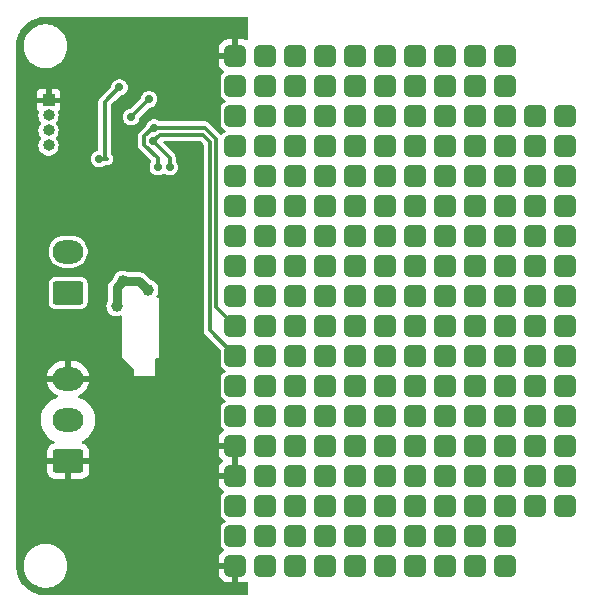
<source format=gbr>
%TF.GenerationSoftware,KiCad,Pcbnew,8.0.3*%
%TF.CreationDate,2024-06-13T00:49:58+02:00*%
%TF.ProjectId,can-proto,63616e2d-7072-46f7-946f-2e6b69636164,1*%
%TF.SameCoordinates,Original*%
%TF.FileFunction,Copper,L2,Bot*%
%TF.FilePolarity,Positive*%
%FSLAX46Y46*%
G04 Gerber Fmt 4.6, Leading zero omitted, Abs format (unit mm)*
G04 Created by KiCad (PCBNEW 8.0.3) date 2024-06-13 00:49:58*
%MOMM*%
%LPD*%
G01*
G04 APERTURE LIST*
G04 Aperture macros list*
%AMRoundRect*
0 Rectangle with rounded corners*
0 $1 Rounding radius*
0 $2 $3 $4 $5 $6 $7 $8 $9 X,Y pos of 4 corners*
0 Add a 4 corners polygon primitive as box body*
4,1,4,$2,$3,$4,$5,$6,$7,$8,$9,$2,$3,0*
0 Add four circle primitives for the rounded corners*
1,1,$1+$1,$2,$3*
1,1,$1+$1,$4,$5*
1,1,$1+$1,$6,$7*
1,1,$1+$1,$8,$9*
0 Add four rect primitives between the rounded corners*
20,1,$1+$1,$2,$3,$4,$5,0*
20,1,$1+$1,$4,$5,$6,$7,0*
20,1,$1+$1,$6,$7,$8,$9,0*
20,1,$1+$1,$8,$9,$2,$3,0*%
G04 Aperture macros list end*
%TA.AperFunction,ComponentPad*%
%ADD10RoundRect,0.360000X-0.540000X-0.540000X0.540000X-0.540000X0.540000X0.540000X-0.540000X0.540000X0*%
%TD*%
%TA.AperFunction,ComponentPad*%
%ADD11RoundRect,0.250000X1.050000X-0.750000X1.050000X0.750000X-1.050000X0.750000X-1.050000X-0.750000X0*%
%TD*%
%TA.AperFunction,ComponentPad*%
%ADD12O,2.600000X2.000000*%
%TD*%
%TA.AperFunction,ComponentPad*%
%ADD13R,1.000000X1.000000*%
%TD*%
%TA.AperFunction,ComponentPad*%
%ADD14O,1.000000X1.000000*%
%TD*%
%TA.AperFunction,ViaPad*%
%ADD15C,0.700000*%
%TD*%
%TA.AperFunction,ViaPad*%
%ADD16C,1.000000*%
%TD*%
%TA.AperFunction,ViaPad*%
%ADD17C,0.500000*%
%TD*%
%TA.AperFunction,ViaPad*%
%ADD18C,0.800000*%
%TD*%
%TA.AperFunction,Conductor*%
%ADD19C,0.750000*%
%TD*%
%TA.AperFunction,Conductor*%
%ADD20C,0.350000*%
%TD*%
G04 APERTURE END LIST*
D10*
%TO.P,TP28,1,1*%
%TO.N,unconnected-(TP28-Pad1)*%
X146840000Y-68900000D03*
%TD*%
%TO.P,TP102,1,1*%
%TO.N,unconnected-(TP102-Pad1)*%
X151920000Y-84140000D03*
%TD*%
%TO.P,TP121,1,1*%
%TO.N,unconnected-(TP121-Pad1)*%
X139220000Y-89220000D03*
%TD*%
%TO.P,TP113,1,1*%
%TO.N,unconnected-(TP113-Pad1)*%
X149380000Y-86680000D03*
%TD*%
%TO.P,TP160,1,1*%
%TO.N,unconnected-(TP160-Pad1)*%
X146840000Y-96840000D03*
%TD*%
%TO.P,TP139,1,1*%
%TO.N,unconnected-(TP139-Pad1)*%
X154460000Y-91760000D03*
%TD*%
%TO.P,TP166,1,1*%
%TO.N,unconnected-(TP166-Pad1)*%
X131600000Y-99380000D03*
%TD*%
%TO.P,TP45,1,1*%
%TO.N,/PA4*%
X129060000Y-73980000D03*
%TD*%
%TO.P,TP23,1,1*%
%TO.N,unconnected-(TP23-Pad1)*%
X134140000Y-68900000D03*
%TD*%
%TO.P,TP193,1,1*%
%TO.N,unconnected-(TP193-Pad1)*%
X139220000Y-104460000D03*
%TD*%
%TO.P,TP135,1,1*%
%TO.N,unconnected-(TP135-Pad1)*%
X144300000Y-91760000D03*
%TD*%
%TO.P,TP119,1,1*%
%TO.N,unconnected-(TP119-Pad1)*%
X134140000Y-89220000D03*
%TD*%
%TO.P,TP131,1,1*%
%TO.N,unconnected-(TP131-Pad1)*%
X134140000Y-91760000D03*
%TD*%
%TO.P,TP59,1,1*%
%TO.N,unconnected-(TP59-Pad1)*%
X134140000Y-76520000D03*
%TD*%
%TO.P,TP12,1,1*%
%TO.N,unconnected-(TP12-Pad1)*%
X131600000Y-66360000D03*
%TD*%
%TO.P,TP3,1,1*%
%TO.N,unconnected-(TP3-Pad1)*%
X134140000Y-63820000D03*
%TD*%
%TO.P,TP73,1,1*%
%TO.N,unconnected-(TP73-Pad1)*%
X139220000Y-79060000D03*
%TD*%
%TO.P,TP180,1,1*%
%TO.N,unconnected-(TP180-Pad1)*%
X136680000Y-101920000D03*
%TD*%
%TO.P,TP55,1,1*%
%TO.N,unconnected-(TP55-Pad1)*%
X154460000Y-73980000D03*
%TD*%
%TO.P,TP107,1,1*%
%TO.N,unconnected-(TP107-Pad1)*%
X134140000Y-86680000D03*
%TD*%
%TO.P,TP6,1,1*%
%TO.N,unconnected-(TP6-Pad1)*%
X141760000Y-63820000D03*
%TD*%
%TO.P,TP154,1,1*%
%TO.N,unconnected-(TP154-Pad1)*%
X131600000Y-96840000D03*
%TD*%
%TO.P,TP42,1,1*%
%TO.N,unconnected-(TP42-Pad1)*%
X151920000Y-71440000D03*
%TD*%
%TO.P,TP4,1,1*%
%TO.N,unconnected-(TP4-Pad1)*%
X136680000Y-63820000D03*
%TD*%
%TO.P,TP82,1,1*%
%TO.N,unconnected-(TP82-Pad1)*%
X131600000Y-81600000D03*
%TD*%
%TO.P,TP79,1,1*%
%TO.N,unconnected-(TP79-Pad1)*%
X154460000Y-79060000D03*
%TD*%
%TO.P,TP10,1,1*%
%TO.N,unconnected-(TP10-Pad1)*%
X151920000Y-63820000D03*
%TD*%
%TO.P,TP208,1,1*%
%TO.N,unconnected-(TP208-Pad1)*%
X151920000Y-107000000D03*
%TD*%
%TO.P,TP56,1,1*%
%TO.N,unconnected-(TP56-Pad1)*%
X157000000Y-73980000D03*
%TD*%
%TO.P,TP182,1,1*%
%TO.N,unconnected-(TP182-Pad1)*%
X141760000Y-101920000D03*
%TD*%
%TO.P,TP167,1,1*%
%TO.N,unconnected-(TP167-Pad1)*%
X134140000Y-99380000D03*
%TD*%
%TO.P,TP101,1,1*%
%TO.N,unconnected-(TP101-Pad1)*%
X149380000Y-84140000D03*
%TD*%
%TO.P,TP36,1,1*%
%TO.N,unconnected-(TP36-Pad1)*%
X136680000Y-71440000D03*
%TD*%
%TO.P,TP70,1,1*%
%TO.N,unconnected-(TP70-Pad1)*%
X131600000Y-79060000D03*
%TD*%
%TO.P,TP57,1,1*%
%TO.N,/PA3*%
X129060000Y-76520000D03*
%TD*%
%TO.P,TP48,1,1*%
%TO.N,unconnected-(TP48-Pad1)*%
X136680000Y-73980000D03*
%TD*%
%TO.P,TP26,1,1*%
%TO.N,unconnected-(TP26-Pad1)*%
X141760000Y-68900000D03*
%TD*%
%TO.P,TP99,1,1*%
%TO.N,unconnected-(TP99-Pad1)*%
X144300000Y-84140000D03*
%TD*%
%TO.P,TP72,1,1*%
%TO.N,unconnected-(TP72-Pad1)*%
X136680000Y-79060000D03*
%TD*%
%TO.P,TP138,1,1*%
%TO.N,unconnected-(TP138-Pad1)*%
X151920000Y-91760000D03*
%TD*%
%TO.P,TP1,1,1*%
%TO.N,GND*%
X129060000Y-63820000D03*
%TD*%
%TO.P,TP69,1,1*%
%TO.N,/PA2*%
X129060000Y-79060000D03*
%TD*%
%TO.P,TP71,1,1*%
%TO.N,unconnected-(TP71-Pad1)*%
X134140000Y-79060000D03*
%TD*%
%TO.P,TP137,1,1*%
%TO.N,unconnected-(TP137-Pad1)*%
X149380000Y-91760000D03*
%TD*%
%TO.P,TP123,1,1*%
%TO.N,unconnected-(TP123-Pad1)*%
X144300000Y-89220000D03*
%TD*%
%TO.P,TP58,1,1*%
%TO.N,unconnected-(TP58-Pad1)*%
X131600000Y-76520000D03*
%TD*%
%TO.P,TP186,1,1*%
%TO.N,unconnected-(TP186-Pad1)*%
X151920000Y-101920000D03*
%TD*%
%TO.P,TP130,1,1*%
%TO.N,unconnected-(TP130-Pad1)*%
X131600000Y-91760000D03*
%TD*%
%TO.P,TP87,1,1*%
%TO.N,unconnected-(TP87-Pad1)*%
X144300000Y-81600000D03*
%TD*%
%TO.P,TP192,1,1*%
%TO.N,unconnected-(TP192-Pad1)*%
X136680000Y-104460000D03*
%TD*%
%TO.P,TP37,1,1*%
%TO.N,unconnected-(TP37-Pad1)*%
X139220000Y-71440000D03*
%TD*%
%TO.P,TP91,1,1*%
%TO.N,unconnected-(TP91-Pad1)*%
X154460000Y-81600000D03*
%TD*%
%TO.P,TP9,1,1*%
%TO.N,unconnected-(TP9-Pad1)*%
X149380000Y-63820000D03*
%TD*%
%TO.P,TP32,1,1*%
%TO.N,unconnected-(TP32-Pad1)*%
X157000000Y-68900000D03*
%TD*%
%TO.P,TP44,1,1*%
%TO.N,unconnected-(TP44-Pad1)*%
X157000000Y-71440000D03*
%TD*%
%TO.P,TP7,1,1*%
%TO.N,unconnected-(TP7-Pad1)*%
X144300000Y-63820000D03*
%TD*%
%TO.P,TP142,1,1*%
%TO.N,unconnected-(TP142-Pad1)*%
X131600000Y-94300000D03*
%TD*%
%TO.P,TP176,1,1*%
%TO.N,unconnected-(TP176-Pad1)*%
X157000000Y-99380000D03*
%TD*%
%TO.P,TP199,1,1*%
%TO.N,GND*%
X129060000Y-107000000D03*
%TD*%
%TO.P,TP153,1,1*%
%TO.N,GND*%
X129060000Y-96840000D03*
%TD*%
%TO.P,TP21,1,1*%
%TO.N,/PA6*%
X129060000Y-68900000D03*
%TD*%
%TO.P,TP179,1,1*%
%TO.N,unconnected-(TP179-Pad1)*%
X134140000Y-101920000D03*
%TD*%
%TO.P,TP183,1,1*%
%TO.N,unconnected-(TP183-Pad1)*%
X144300000Y-101920000D03*
%TD*%
%TO.P,TP76,1,1*%
%TO.N,unconnected-(TP76-Pad1)*%
X146840000Y-79060000D03*
%TD*%
%TO.P,TP110,1,1*%
%TO.N,unconnected-(TP110-Pad1)*%
X141760000Y-86680000D03*
%TD*%
%TO.P,TP118,1,1*%
%TO.N,unconnected-(TP118-Pad1)*%
X131600000Y-89220000D03*
%TD*%
%TO.P,TP158,1,1*%
%TO.N,unconnected-(TP158-Pad1)*%
X141760000Y-96840000D03*
%TD*%
%TO.P,TP207,1,1*%
%TO.N,unconnected-(TP207-Pad1)*%
X149380000Y-107000000D03*
%TD*%
%TO.P,TP15,1,1*%
%TO.N,unconnected-(TP15-Pad1)*%
X139220000Y-66360000D03*
%TD*%
%TO.P,TP126,1,1*%
%TO.N,unconnected-(TP126-Pad1)*%
X151920000Y-89220000D03*
%TD*%
%TO.P,TP155,1,1*%
%TO.N,unconnected-(TP155-Pad1)*%
X134140000Y-96840000D03*
%TD*%
%TO.P,TP185,1,1*%
%TO.N,unconnected-(TP185-Pad1)*%
X149380000Y-101920000D03*
%TD*%
%TO.P,TP108,1,1*%
%TO.N,unconnected-(TP108-Pad1)*%
X136680000Y-86680000D03*
%TD*%
%TO.P,TP189,1,1*%
%TO.N,VDD*%
X129060000Y-104460000D03*
%TD*%
%TO.P,TP146,1,1*%
%TO.N,unconnected-(TP146-Pad1)*%
X141760000Y-94300000D03*
%TD*%
%TO.P,TP112,1,1*%
%TO.N,unconnected-(TP112-Pad1)*%
X146840000Y-86680000D03*
%TD*%
%TO.P,TP116,1,1*%
%TO.N,unconnected-(TP116-Pad1)*%
X157000000Y-86680000D03*
%TD*%
%TO.P,TP114,1,1*%
%TO.N,unconnected-(TP114-Pad1)*%
X151920000Y-86680000D03*
%TD*%
%TO.P,TP197,1,1*%
%TO.N,unconnected-(TP197-Pad1)*%
X149380000Y-104460000D03*
%TD*%
%TO.P,TP2,1,1*%
%TO.N,unconnected-(TP2-Pad1)*%
X131600000Y-63820000D03*
%TD*%
%TO.P,TP163,1,1*%
%TO.N,unconnected-(TP163-Pad1)*%
X154460000Y-96840000D03*
%TD*%
%TO.P,TP191,1,1*%
%TO.N,unconnected-(TP191-Pad1)*%
X134140000Y-104460000D03*
%TD*%
%TO.P,TP177,1,1*%
%TO.N,VDD*%
X129060000Y-101920000D03*
%TD*%
%TO.P,TP156,1,1*%
%TO.N,unconnected-(TP156-Pad1)*%
X136680000Y-96840000D03*
%TD*%
%TO.P,TP173,1,1*%
%TO.N,unconnected-(TP173-Pad1)*%
X149380000Y-99380000D03*
%TD*%
%TO.P,TP14,1,1*%
%TO.N,unconnected-(TP14-Pad1)*%
X136680000Y-66360000D03*
%TD*%
%TO.P,TP11,1,1*%
%TO.N,/PA7*%
X129060000Y-66360000D03*
%TD*%
%TO.P,TP50,1,1*%
%TO.N,unconnected-(TP50-Pad1)*%
X141760000Y-73980000D03*
%TD*%
%TO.P,TP96,1,1*%
%TO.N,unconnected-(TP96-Pad1)*%
X136680000Y-84140000D03*
%TD*%
%TO.P,TP94,1,1*%
%TO.N,unconnected-(TP94-Pad1)*%
X131600000Y-84140000D03*
%TD*%
%TO.P,TP19,1,1*%
%TO.N,unconnected-(TP19-Pad1)*%
X149380000Y-66360000D03*
%TD*%
%TO.P,TP98,1,1*%
%TO.N,unconnected-(TP98-Pad1)*%
X141760000Y-84140000D03*
%TD*%
%TO.P,TP105,1,1*%
%TO.N,/SCL*%
X129060000Y-86680000D03*
%TD*%
%TO.P,TP111,1,1*%
%TO.N,unconnected-(TP111-Pad1)*%
X144300000Y-86680000D03*
%TD*%
%TO.P,TP143,1,1*%
%TO.N,unconnected-(TP143-Pad1)*%
X134140000Y-94300000D03*
%TD*%
%TO.P,TP198,1,1*%
%TO.N,unconnected-(TP198-Pad1)*%
X151920000Y-104460000D03*
%TD*%
%TO.P,TP190,1,1*%
%TO.N,unconnected-(TP190-Pad1)*%
X131600000Y-104460000D03*
%TD*%
%TO.P,TP145,1,1*%
%TO.N,unconnected-(TP145-Pad1)*%
X139220000Y-94300000D03*
%TD*%
%TO.P,TP49,1,1*%
%TO.N,unconnected-(TP49-Pad1)*%
X139220000Y-73980000D03*
%TD*%
%TO.P,TP51,1,1*%
%TO.N,unconnected-(TP51-Pad1)*%
X144300000Y-73980000D03*
%TD*%
D11*
%TO.P,J3,1,Pin_1*%
%TO.N,GND*%
X114900000Y-98150000D03*
D12*
%TO.P,J3,2,Pin_2*%
%TO.N,/VIN*%
X114900000Y-94650000D03*
%TO.P,J3,3,Pin_3*%
%TO.N,GND*%
X114900000Y-91150000D03*
%TD*%
D10*
%TO.P,TP128,1,1*%
%TO.N,unconnected-(TP128-Pad1)*%
X157000000Y-89220000D03*
%TD*%
%TO.P,TP16,1,1*%
%TO.N,unconnected-(TP16-Pad1)*%
X141760000Y-66360000D03*
%TD*%
%TO.P,TP133,1,1*%
%TO.N,unconnected-(TP133-Pad1)*%
X139220000Y-91760000D03*
%TD*%
%TO.P,TP93,1,1*%
%TO.N,/PA0*%
X129060000Y-84140000D03*
%TD*%
%TO.P,TP35,1,1*%
%TO.N,unconnected-(TP35-Pad1)*%
X134140000Y-71440000D03*
%TD*%
%TO.P,TP106,1,1*%
%TO.N,unconnected-(TP106-Pad1)*%
X131600000Y-86680000D03*
%TD*%
%TO.P,TP169,1,1*%
%TO.N,unconnected-(TP169-Pad1)*%
X139220000Y-99380000D03*
%TD*%
%TO.P,TP88,1,1*%
%TO.N,unconnected-(TP88-Pad1)*%
X146840000Y-81600000D03*
%TD*%
%TO.P,TP41,1,1*%
%TO.N,unconnected-(TP41-Pad1)*%
X149380000Y-71440000D03*
%TD*%
%TO.P,TP30,1,1*%
%TO.N,unconnected-(TP30-Pad1)*%
X151920000Y-68900000D03*
%TD*%
%TO.P,TP206,1,1*%
%TO.N,unconnected-(TP206-Pad1)*%
X146840000Y-107000000D03*
%TD*%
%TO.P,TP201,1,1*%
%TO.N,unconnected-(TP201-Pad1)*%
X134140000Y-107000000D03*
%TD*%
%TO.P,TP81,1,1*%
%TO.N,/PA1*%
X129060000Y-81600000D03*
%TD*%
%TO.P,TP115,1,1*%
%TO.N,unconnected-(TP115-Pad1)*%
X154460000Y-86680000D03*
%TD*%
%TO.P,TP5,1,1*%
%TO.N,unconnected-(TP5-Pad1)*%
X139220000Y-63820000D03*
%TD*%
%TO.P,TP175,1,1*%
%TO.N,unconnected-(TP175-Pad1)*%
X154460000Y-99380000D03*
%TD*%
%TO.P,TP67,1,1*%
%TO.N,unconnected-(TP67-Pad1)*%
X154460000Y-76520000D03*
%TD*%
%TO.P,TP151,1,1*%
%TO.N,unconnected-(TP151-Pad1)*%
X154460000Y-94300000D03*
%TD*%
%TO.P,TP24,1,1*%
%TO.N,unconnected-(TP24-Pad1)*%
X136680000Y-68900000D03*
%TD*%
%TO.P,TP22,1,1*%
%TO.N,unconnected-(TP22-Pad1)*%
X131600000Y-68900000D03*
%TD*%
%TO.P,TP178,1,1*%
%TO.N,unconnected-(TP178-Pad1)*%
X131600000Y-101920000D03*
%TD*%
%TO.P,TP92,1,1*%
%TO.N,unconnected-(TP92-Pad1)*%
X157000000Y-81600000D03*
%TD*%
%TO.P,TP132,1,1*%
%TO.N,unconnected-(TP132-Pad1)*%
X136680000Y-91760000D03*
%TD*%
%TO.P,TP66,1,1*%
%TO.N,unconnected-(TP66-Pad1)*%
X151920000Y-76520000D03*
%TD*%
%TO.P,TP122,1,1*%
%TO.N,unconnected-(TP122-Pad1)*%
X141760000Y-89220000D03*
%TD*%
%TO.P,TP140,1,1*%
%TO.N,unconnected-(TP140-Pad1)*%
X157000000Y-91760000D03*
%TD*%
%TO.P,TP38,1,1*%
%TO.N,unconnected-(TP38-Pad1)*%
X141760000Y-71440000D03*
%TD*%
%TO.P,TP84,1,1*%
%TO.N,unconnected-(TP84-Pad1)*%
X136680000Y-81600000D03*
%TD*%
%TO.P,TP85,1,1*%
%TO.N,unconnected-(TP85-Pad1)*%
X139220000Y-81600000D03*
%TD*%
%TO.P,TP127,1,1*%
%TO.N,unconnected-(TP127-Pad1)*%
X154460000Y-89220000D03*
%TD*%
%TO.P,TP204,1,1*%
%TO.N,unconnected-(TP204-Pad1)*%
X141760000Y-107000000D03*
%TD*%
%TO.P,TP195,1,1*%
%TO.N,unconnected-(TP195-Pad1)*%
X144300000Y-104460000D03*
%TD*%
%TO.P,TP17,1,1*%
%TO.N,unconnected-(TP17-Pad1)*%
X144300000Y-66360000D03*
%TD*%
%TO.P,TP144,1,1*%
%TO.N,unconnected-(TP144-Pad1)*%
X136680000Y-94300000D03*
%TD*%
%TO.P,TP149,1,1*%
%TO.N,unconnected-(TP149-Pad1)*%
X149380000Y-94300000D03*
%TD*%
%TO.P,TP46,1,1*%
%TO.N,unconnected-(TP46-Pad1)*%
X131600000Y-73980000D03*
%TD*%
%TO.P,TP47,1,1*%
%TO.N,unconnected-(TP47-Pad1)*%
X134140000Y-73980000D03*
%TD*%
%TO.P,TP150,1,1*%
%TO.N,unconnected-(TP150-Pad1)*%
X151920000Y-94300000D03*
%TD*%
%TO.P,TP97,1,1*%
%TO.N,unconnected-(TP97-Pad1)*%
X139220000Y-84140000D03*
%TD*%
%TO.P,TP159,1,1*%
%TO.N,unconnected-(TP159-Pad1)*%
X144300000Y-96840000D03*
%TD*%
%TO.P,TP74,1,1*%
%TO.N,unconnected-(TP74-Pad1)*%
X141760000Y-79060000D03*
%TD*%
%TO.P,TP90,1,1*%
%TO.N,unconnected-(TP90-Pad1)*%
X151920000Y-81600000D03*
%TD*%
%TO.P,TP62,1,1*%
%TO.N,unconnected-(TP62-Pad1)*%
X141760000Y-76520000D03*
%TD*%
%TO.P,TP78,1,1*%
%TO.N,unconnected-(TP78-Pad1)*%
X151920000Y-79060000D03*
%TD*%
%TO.P,TP40,1,1*%
%TO.N,unconnected-(TP40-Pad1)*%
X146840000Y-71440000D03*
%TD*%
%TO.P,TP13,1,1*%
%TO.N,unconnected-(TP13-Pad1)*%
X134140000Y-66360000D03*
%TD*%
%TO.P,TP18,1,1*%
%TO.N,unconnected-(TP18-Pad1)*%
X146840000Y-66360000D03*
%TD*%
%TO.P,TP43,1,1*%
%TO.N,unconnected-(TP43-Pad1)*%
X154460000Y-71440000D03*
%TD*%
%TO.P,TP29,1,1*%
%TO.N,unconnected-(TP29-Pad1)*%
X149380000Y-68900000D03*
%TD*%
%TO.P,TP95,1,1*%
%TO.N,unconnected-(TP95-Pad1)*%
X134140000Y-84140000D03*
%TD*%
%TO.P,TP75,1,1*%
%TO.N,unconnected-(TP75-Pad1)*%
X144300000Y-79060000D03*
%TD*%
%TO.P,TP202,1,1*%
%TO.N,unconnected-(TP202-Pad1)*%
X136680000Y-107000000D03*
%TD*%
%TO.P,TP27,1,1*%
%TO.N,unconnected-(TP27-Pad1)*%
X144300000Y-68900000D03*
%TD*%
%TO.P,TP53,1,1*%
%TO.N,unconnected-(TP53-Pad1)*%
X149380000Y-73980000D03*
%TD*%
%TO.P,TP152,1,1*%
%TO.N,unconnected-(TP152-Pad1)*%
X157000000Y-94300000D03*
%TD*%
%TO.P,TP161,1,1*%
%TO.N,unconnected-(TP161-Pad1)*%
X149380000Y-96840000D03*
%TD*%
%TO.P,TP184,1,1*%
%TO.N,unconnected-(TP184-Pad1)*%
X146840000Y-101920000D03*
%TD*%
%TO.P,TP141,1,1*%
%TO.N,/PB1*%
X129060000Y-94300000D03*
%TD*%
%TO.P,TP147,1,1*%
%TO.N,unconnected-(TP147-Pad1)*%
X144300000Y-94300000D03*
%TD*%
D13*
%TO.P,J1,1,Pin_1*%
%TO.N,GND*%
X113250000Y-67600000D03*
D14*
%TO.P,J1,2,Pin_2*%
%TO.N,/~{RST}*%
X113250000Y-68870000D03*
%TO.P,J1,3,Pin_3*%
%TO.N,/SWCLK*%
X113250000Y-70140000D03*
%TO.P,J1,4,Pin_4*%
%TO.N,/SWDIO*%
X113250000Y-71410000D03*
%TD*%
D11*
%TO.P,J2,1,Pin_1*%
%TO.N,/CAN+*%
X114900000Y-83900000D03*
D12*
%TO.P,J2,2,Pin_2*%
%TO.N,/CAN-*%
X114900000Y-80400000D03*
%TD*%
D10*
%TO.P,TP187,1,1*%
%TO.N,unconnected-(TP187-Pad1)*%
X154460000Y-101920000D03*
%TD*%
%TO.P,TP196,1,1*%
%TO.N,unconnected-(TP196-Pad1)*%
X146840000Y-104460000D03*
%TD*%
%TO.P,TP129,1,1*%
%TO.N,/PB8*%
X129060000Y-91760000D03*
%TD*%
%TO.P,TP109,1,1*%
%TO.N,unconnected-(TP109-Pad1)*%
X139220000Y-86680000D03*
%TD*%
%TO.P,TP120,1,1*%
%TO.N,unconnected-(TP120-Pad1)*%
X136680000Y-89220000D03*
%TD*%
%TO.P,TP31,1,1*%
%TO.N,unconnected-(TP31-Pad1)*%
X154460000Y-68900000D03*
%TD*%
%TO.P,TP77,1,1*%
%TO.N,unconnected-(TP77-Pad1)*%
X149380000Y-79060000D03*
%TD*%
%TO.P,TP20,1,1*%
%TO.N,unconnected-(TP20-Pad1)*%
X151920000Y-66360000D03*
%TD*%
%TO.P,TP117,1,1*%
%TO.N,/SDA*%
X129060000Y-89220000D03*
%TD*%
%TO.P,TP89,1,1*%
%TO.N,unconnected-(TP89-Pad1)*%
X149380000Y-81600000D03*
%TD*%
%TO.P,TP33,1,1*%
%TO.N,/PA5*%
X129060000Y-71440000D03*
%TD*%
%TO.P,TP125,1,1*%
%TO.N,unconnected-(TP125-Pad1)*%
X149380000Y-89220000D03*
%TD*%
%TO.P,TP25,1,1*%
%TO.N,unconnected-(TP25-Pad1)*%
X139220000Y-68900000D03*
%TD*%
%TO.P,TP205,1,1*%
%TO.N,unconnected-(TP205-Pad1)*%
X144300000Y-107000000D03*
%TD*%
%TO.P,TP165,1,1*%
%TO.N,GND*%
X129060000Y-99380000D03*
%TD*%
%TO.P,TP83,1,1*%
%TO.N,unconnected-(TP83-Pad1)*%
X134140000Y-81600000D03*
%TD*%
%TO.P,TP64,1,1*%
%TO.N,unconnected-(TP64-Pad1)*%
X146840000Y-76520000D03*
%TD*%
%TO.P,TP188,1,1*%
%TO.N,unconnected-(TP188-Pad1)*%
X157000000Y-101920000D03*
%TD*%
%TO.P,TP134,1,1*%
%TO.N,unconnected-(TP134-Pad1)*%
X141760000Y-91760000D03*
%TD*%
%TO.P,TP34,1,1*%
%TO.N,unconnected-(TP34-Pad1)*%
X131600000Y-71440000D03*
%TD*%
%TO.P,TP164,1,1*%
%TO.N,unconnected-(TP164-Pad1)*%
X157000000Y-96840000D03*
%TD*%
%TO.P,TP100,1,1*%
%TO.N,unconnected-(TP100-Pad1)*%
X146840000Y-84140000D03*
%TD*%
%TO.P,TP148,1,1*%
%TO.N,unconnected-(TP148-Pad1)*%
X146840000Y-94300000D03*
%TD*%
%TO.P,TP86,1,1*%
%TO.N,unconnected-(TP86-Pad1)*%
X141760000Y-81600000D03*
%TD*%
%TO.P,TP162,1,1*%
%TO.N,unconnected-(TP162-Pad1)*%
X151920000Y-96840000D03*
%TD*%
%TO.P,TP174,1,1*%
%TO.N,unconnected-(TP174-Pad1)*%
X151920000Y-99380000D03*
%TD*%
%TO.P,TP203,1,1*%
%TO.N,unconnected-(TP203-Pad1)*%
X139220000Y-107000000D03*
%TD*%
%TO.P,TP65,1,1*%
%TO.N,unconnected-(TP65-Pad1)*%
X149380000Y-76520000D03*
%TD*%
%TO.P,TP172,1,1*%
%TO.N,unconnected-(TP172-Pad1)*%
X146840000Y-99380000D03*
%TD*%
%TO.P,TP8,1,1*%
%TO.N,unconnected-(TP8-Pad1)*%
X146840000Y-63820000D03*
%TD*%
%TO.P,TP68,1,1*%
%TO.N,unconnected-(TP68-Pad1)*%
X157000000Y-76520000D03*
%TD*%
%TO.P,TP61,1,1*%
%TO.N,unconnected-(TP61-Pad1)*%
X139220000Y-76520000D03*
%TD*%
%TO.P,TP103,1,1*%
%TO.N,unconnected-(TP103-Pad1)*%
X154460000Y-84140000D03*
%TD*%
%TO.P,TP80,1,1*%
%TO.N,unconnected-(TP80-Pad1)*%
X157000000Y-79060000D03*
%TD*%
%TO.P,TP200,1,1*%
%TO.N,unconnected-(TP200-Pad1)*%
X131600000Y-107000000D03*
%TD*%
%TO.P,TP60,1,1*%
%TO.N,unconnected-(TP60-Pad1)*%
X136680000Y-76520000D03*
%TD*%
%TO.P,TP136,1,1*%
%TO.N,unconnected-(TP136-Pad1)*%
X146840000Y-91760000D03*
%TD*%
%TO.P,TP168,1,1*%
%TO.N,unconnected-(TP168-Pad1)*%
X136680000Y-99380000D03*
%TD*%
%TO.P,TP194,1,1*%
%TO.N,unconnected-(TP194-Pad1)*%
X141760000Y-104460000D03*
%TD*%
%TO.P,TP124,1,1*%
%TO.N,unconnected-(TP124-Pad1)*%
X146840000Y-89220000D03*
%TD*%
%TO.P,TP170,1,1*%
%TO.N,unconnected-(TP170-Pad1)*%
X141760000Y-99380000D03*
%TD*%
%TO.P,TP157,1,1*%
%TO.N,unconnected-(TP157-Pad1)*%
X139220000Y-96840000D03*
%TD*%
%TO.P,TP39,1,1*%
%TO.N,unconnected-(TP39-Pad1)*%
X144300000Y-71440000D03*
%TD*%
%TO.P,TP63,1,1*%
%TO.N,unconnected-(TP63-Pad1)*%
X144300000Y-76520000D03*
%TD*%
%TO.P,TP104,1,1*%
%TO.N,unconnected-(TP104-Pad1)*%
X157000000Y-84140000D03*
%TD*%
%TO.P,TP54,1,1*%
%TO.N,unconnected-(TP54-Pad1)*%
X151920000Y-73980000D03*
%TD*%
%TO.P,TP52,1,1*%
%TO.N,unconnected-(TP52-Pad1)*%
X146840000Y-73980000D03*
%TD*%
%TO.P,TP171,1,1*%
%TO.N,unconnected-(TP171-Pad1)*%
X144300000Y-99380000D03*
%TD*%
%TO.P,TP181,1,1*%
%TO.N,unconnected-(TP181-Pad1)*%
X139220000Y-101920000D03*
%TD*%
D15*
%TO.N,VDD*%
X120250000Y-69000000D03*
D16*
X121694002Y-83632000D03*
D15*
X121750000Y-67500000D03*
D16*
X119001600Y-85003600D03*
X119535000Y-82870000D03*
D15*
%TO.N,/~{RST}*%
X117550000Y-72550000D03*
X119250000Y-66500000D03*
%TO.N,/SDA*%
X122075228Y-71049285D03*
X123500000Y-73250000D03*
%TO.N,/SCL*%
X122200006Y-69900000D03*
X122500000Y-73250000D03*
%TO.N,GND*%
X115681464Y-74575000D03*
X124700000Y-85350000D03*
X120500000Y-95250000D03*
X117250000Y-107758000D03*
X119500000Y-107758000D03*
X121600000Y-79300000D03*
X119250000Y-94250000D03*
D17*
X120000000Y-74000000D03*
D15*
X124700000Y-90350000D03*
X120500000Y-94250000D03*
X117250000Y-103258000D03*
X124700000Y-88850000D03*
X116400000Y-67800000D03*
X122850000Y-90162500D03*
X121600000Y-81100000D03*
X119500000Y-103258000D03*
D18*
X119916000Y-97729000D03*
X122710000Y-97729000D03*
%TD*%
D19*
%TO.N,VDD*%
X119535000Y-82870000D02*
X119001600Y-83403400D01*
X120932002Y-82870000D02*
X121694002Y-83632000D01*
X119001600Y-83403400D02*
X119001600Y-85003600D01*
D20*
X121750000Y-67500000D02*
X120250000Y-69000000D01*
D19*
X119535000Y-82870000D02*
X120932002Y-82870000D01*
D20*
%TO.N,/~{RST}*%
X118000000Y-72350000D02*
X118200000Y-72550000D01*
X118000000Y-67750000D02*
X118000000Y-72350000D01*
X118200000Y-72550000D02*
X117550000Y-72550000D01*
X119250000Y-66500000D02*
X118000000Y-67750000D01*
%TO.N,/SDA*%
X122650000Y-70500000D02*
X122100715Y-71049285D01*
X126900000Y-71100000D02*
X126300000Y-70500000D01*
X126300000Y-70500000D02*
X122650000Y-70500000D01*
X123500000Y-72474057D02*
X122075228Y-71049285D01*
X129060000Y-89220000D02*
X126900000Y-87060000D01*
X122100715Y-71049285D02*
X122075228Y-71049285D01*
X123500000Y-73250000D02*
X123500000Y-72474057D01*
X126900000Y-87060000D02*
X126900000Y-71100000D01*
%TO.N,/SCL*%
X122500000Y-73250000D02*
X122500000Y-72500000D01*
X121350228Y-71350228D02*
X121350228Y-70649772D01*
X121350228Y-70649772D02*
X122100000Y-69900000D01*
X127450000Y-85070000D02*
X127450000Y-70872182D01*
X129060000Y-86680000D02*
X127450000Y-85070000D01*
X122100000Y-69900000D02*
X122200006Y-69900000D01*
X122500000Y-72500000D02*
X121350228Y-71350228D01*
X127450000Y-70872182D02*
X126477818Y-69900000D01*
X126477818Y-69900000D02*
X122200006Y-69900000D01*
%TD*%
%TA.AperFunction,Conductor*%
%TO.N,GND*%
G36*
X130063039Y-60520185D02*
G01*
X130108794Y-60572989D01*
X130120000Y-60624500D01*
X130120000Y-62378026D01*
X130100315Y-62445065D01*
X130047511Y-62490820D01*
X129978353Y-62500764D01*
X129940907Y-62489115D01*
X129898318Y-62467994D01*
X129716789Y-62422848D01*
X129674783Y-62420000D01*
X129310000Y-62420000D01*
X129310000Y-63504314D01*
X129305606Y-63499920D01*
X129214394Y-63447259D01*
X129112661Y-63420000D01*
X129007339Y-63420000D01*
X128905606Y-63447259D01*
X128814394Y-63499920D01*
X128810000Y-63504314D01*
X128810000Y-62420000D01*
X128445217Y-62420000D01*
X128403210Y-62422848D01*
X128221681Y-62467993D01*
X128054100Y-62551106D01*
X127908302Y-62668301D01*
X127908301Y-62668302D01*
X127791106Y-62814100D01*
X127707993Y-62981681D01*
X127662848Y-63163210D01*
X127660000Y-63205217D01*
X127660000Y-63570000D01*
X128744314Y-63570000D01*
X128739920Y-63574394D01*
X128687259Y-63665606D01*
X128660000Y-63767339D01*
X128660000Y-63872661D01*
X128687259Y-63974394D01*
X128739920Y-64065606D01*
X128744314Y-64070000D01*
X127660000Y-64070000D01*
X127660000Y-64434782D01*
X127662848Y-64476789D01*
X127707993Y-64658318D01*
X127791106Y-64825899D01*
X127908299Y-64971695D01*
X128052928Y-65087949D01*
X128092847Y-65145292D01*
X128095427Y-65215114D01*
X128062923Y-65272278D01*
X127956600Y-65378601D01*
X127867337Y-65526259D01*
X127816005Y-65690991D01*
X127809500Y-65762583D01*
X127809500Y-66957426D01*
X127816004Y-67029008D01*
X127816006Y-67029015D01*
X127856758Y-67159790D01*
X127867337Y-67193740D01*
X127955716Y-67339936D01*
X127956601Y-67341400D01*
X128078597Y-67463396D01*
X128078599Y-67463397D01*
X128078603Y-67463401D01*
X128178654Y-67523884D01*
X128225840Y-67575412D01*
X128237678Y-67644271D01*
X128210409Y-67708600D01*
X128178654Y-67736115D01*
X128078603Y-67796599D01*
X128078602Y-67796599D01*
X128078597Y-67796603D01*
X127956601Y-67918599D01*
X127867337Y-68066259D01*
X127816005Y-68230991D01*
X127809500Y-68302583D01*
X127809500Y-69497426D01*
X127816004Y-69569008D01*
X127816006Y-69569015D01*
X127866523Y-69731128D01*
X127867337Y-69733740D01*
X127956599Y-69881397D01*
X127956601Y-69881400D01*
X128078597Y-70003396D01*
X128078599Y-70003397D01*
X128078603Y-70003401D01*
X128178654Y-70063884D01*
X128225840Y-70115412D01*
X128237678Y-70184271D01*
X128210409Y-70248600D01*
X128178654Y-70276115D01*
X128109692Y-70317805D01*
X128078600Y-70336601D01*
X127955775Y-70459426D01*
X127894452Y-70492910D01*
X127824760Y-70487926D01*
X127780411Y-70459423D01*
X127772665Y-70451677D01*
X127772663Y-70451676D01*
X127768331Y-70447343D01*
X127768323Y-70447336D01*
X126905393Y-69584406D01*
X126905391Y-69584403D01*
X126800484Y-69479496D01*
X126800479Y-69479492D01*
X126680656Y-69410313D01*
X126680649Y-69410310D01*
X126639886Y-69399387D01*
X126639886Y-69399388D01*
X126608923Y-69391091D01*
X126547001Y-69374499D01*
X126408635Y-69374499D01*
X126401039Y-69374499D01*
X126401023Y-69374500D01*
X122710232Y-69374500D01*
X122643193Y-69354815D01*
X122628006Y-69343316D01*
X122600858Y-69319266D01*
X122600856Y-69319264D01*
X122450232Y-69240210D01*
X122285062Y-69199500D01*
X122114950Y-69199500D01*
X121949779Y-69240210D01*
X121799156Y-69319263D01*
X121671822Y-69432072D01*
X121575188Y-69572068D01*
X121575188Y-69572069D01*
X121517685Y-69723694D01*
X121489424Y-69767404D01*
X121027565Y-70229265D01*
X120929724Y-70327105D01*
X120929720Y-70327110D01*
X120860539Y-70446935D01*
X120860540Y-70446935D01*
X120860540Y-70446936D01*
X120860540Y-70446937D01*
X120857194Y-70459426D01*
X120824727Y-70580590D01*
X120824727Y-70728944D01*
X120824728Y-70728957D01*
X120824728Y-71273432D01*
X120824727Y-71273450D01*
X120824727Y-71281045D01*
X120824727Y-71419411D01*
X120840033Y-71476531D01*
X120860540Y-71553065D01*
X120860541Y-71553066D01*
X120929720Y-71672889D01*
X120929724Y-71672894D01*
X121034628Y-71777798D01*
X121034634Y-71777803D01*
X121926139Y-72669308D01*
X121959624Y-72730631D01*
X121954640Y-72800323D01*
X121940508Y-72827429D01*
X121875183Y-72922068D01*
X121875182Y-72922068D01*
X121814860Y-73081125D01*
X121814859Y-73081130D01*
X121794355Y-73250000D01*
X121814859Y-73418869D01*
X121814860Y-73418874D01*
X121875182Y-73577931D01*
X121937475Y-73668177D01*
X121971817Y-73717929D01*
X122059043Y-73795204D01*
X122099150Y-73830736D01*
X122249773Y-73909789D01*
X122249775Y-73909790D01*
X122414944Y-73950500D01*
X122585056Y-73950500D01*
X122750225Y-73909790D01*
X122839547Y-73862909D01*
X122900845Y-73830738D01*
X122900846Y-73830736D01*
X122900852Y-73830734D01*
X122917773Y-73815742D01*
X122981004Y-73786022D01*
X123050267Y-73795204D01*
X123082224Y-73815741D01*
X123099148Y-73830734D01*
X123099150Y-73830735D01*
X123099154Y-73830738D01*
X123249773Y-73909789D01*
X123249775Y-73909790D01*
X123414944Y-73950500D01*
X123585056Y-73950500D01*
X123750225Y-73909790D01*
X123829692Y-73868081D01*
X123900849Y-73830736D01*
X123900850Y-73830734D01*
X123900852Y-73830734D01*
X124028183Y-73717929D01*
X124124818Y-73577930D01*
X124185140Y-73418872D01*
X124205645Y-73250000D01*
X124185140Y-73081128D01*
X124183560Y-73076963D01*
X124146675Y-72979702D01*
X124124818Y-72922070D01*
X124094351Y-72877931D01*
X124047450Y-72809983D01*
X124025567Y-72743629D01*
X124025500Y-72739543D01*
X124025500Y-72553242D01*
X124025501Y-72553229D01*
X124025501Y-72404875D01*
X124019138Y-72381130D01*
X123989688Y-72271222D01*
X123989688Y-72271221D01*
X123989688Y-72271220D01*
X123920507Y-72151395D01*
X123920506Y-72151394D01*
X123920505Y-72151392D01*
X123822665Y-72053552D01*
X123822664Y-72053551D01*
X123818334Y-72049221D01*
X123818323Y-72049211D01*
X123006293Y-71237181D01*
X122972808Y-71175858D01*
X122977792Y-71106166D01*
X123019664Y-71050233D01*
X123085128Y-71025816D01*
X123093974Y-71025500D01*
X126030969Y-71025500D01*
X126098008Y-71045185D01*
X126118650Y-71061819D01*
X126338181Y-71281350D01*
X126371666Y-71342673D01*
X126374500Y-71369031D01*
X126374500Y-86983204D01*
X126374499Y-86983222D01*
X126374499Y-86990817D01*
X126374499Y-87129183D01*
X126385353Y-87169689D01*
X126400530Y-87226331D01*
X126410313Y-87262838D01*
X126479492Y-87382661D01*
X126479496Y-87382666D01*
X126584400Y-87487570D01*
X126584406Y-87487575D01*
X127773181Y-88676350D01*
X127806666Y-88737673D01*
X127809500Y-88764031D01*
X127809500Y-89817426D01*
X127816004Y-89889008D01*
X127816006Y-89889015D01*
X127852419Y-90005866D01*
X127867337Y-90053740D01*
X127956599Y-90201397D01*
X127956601Y-90201400D01*
X128078597Y-90323396D01*
X128078599Y-90323397D01*
X128078603Y-90323401D01*
X128178654Y-90383884D01*
X128225840Y-90435412D01*
X128237678Y-90504271D01*
X128210409Y-90568600D01*
X128178654Y-90596115D01*
X128078603Y-90656599D01*
X128078602Y-90656599D01*
X128078597Y-90656603D01*
X127956601Y-90778599D01*
X127867337Y-90926259D01*
X127816005Y-91090991D01*
X127809500Y-91162583D01*
X127809500Y-92357426D01*
X127816004Y-92429008D01*
X127816006Y-92429015D01*
X127863577Y-92581674D01*
X127867337Y-92593740D01*
X127956599Y-92741397D01*
X127956601Y-92741400D01*
X128078597Y-92863396D01*
X128078599Y-92863397D01*
X128078603Y-92863401D01*
X128178654Y-92923884D01*
X128225840Y-92975412D01*
X128237678Y-93044271D01*
X128210409Y-93108600D01*
X128178654Y-93136115D01*
X128078603Y-93196599D01*
X128078602Y-93196599D01*
X128078597Y-93196603D01*
X127956601Y-93318599D01*
X127867337Y-93466259D01*
X127816005Y-93630991D01*
X127809500Y-93702583D01*
X127809500Y-94897426D01*
X127816004Y-94969008D01*
X127816006Y-94969015D01*
X127838474Y-95041116D01*
X127867337Y-95133740D01*
X127956599Y-95281397D01*
X128062923Y-95387721D01*
X128096407Y-95449042D01*
X128091423Y-95518734D01*
X128052928Y-95572048D01*
X127908302Y-95688301D01*
X127908301Y-95688302D01*
X127791106Y-95834100D01*
X127707993Y-96001681D01*
X127662848Y-96183210D01*
X127660000Y-96225217D01*
X127660000Y-96590000D01*
X128744314Y-96590000D01*
X128739920Y-96594394D01*
X128687259Y-96685606D01*
X128660000Y-96787339D01*
X128660000Y-96892661D01*
X128687259Y-96994394D01*
X128739920Y-97085606D01*
X128744314Y-97090000D01*
X127660000Y-97090000D01*
X127660000Y-97454782D01*
X127662848Y-97496789D01*
X127707993Y-97678318D01*
X127791106Y-97845899D01*
X127908301Y-97991697D01*
X127908302Y-97991698D01*
X127935242Y-98013353D01*
X127975161Y-98070696D01*
X127977741Y-98140518D01*
X127942162Y-98200651D01*
X127935242Y-98206647D01*
X127908302Y-98228301D01*
X127908301Y-98228302D01*
X127791106Y-98374100D01*
X127707993Y-98541681D01*
X127662848Y-98723210D01*
X127660000Y-98765217D01*
X127660000Y-99130000D01*
X128744314Y-99130000D01*
X128739920Y-99134394D01*
X128687259Y-99225606D01*
X128660000Y-99327339D01*
X128660000Y-99432661D01*
X128687259Y-99534394D01*
X128739920Y-99625606D01*
X128744314Y-99630000D01*
X127660000Y-99630000D01*
X127660000Y-99994782D01*
X127662848Y-100036789D01*
X127707993Y-100218318D01*
X127791106Y-100385899D01*
X127908299Y-100531695D01*
X128052928Y-100647949D01*
X128092847Y-100705292D01*
X128095427Y-100775114D01*
X128062923Y-100832278D01*
X127956600Y-100938601D01*
X127867337Y-101086259D01*
X127816005Y-101250991D01*
X127809500Y-101322583D01*
X127809500Y-102517426D01*
X127816004Y-102589008D01*
X127816006Y-102589015D01*
X127867336Y-102753737D01*
X127867337Y-102753740D01*
X127956599Y-102901397D01*
X127956601Y-102901400D01*
X128078597Y-103023396D01*
X128078599Y-103023397D01*
X128078603Y-103023401D01*
X128178654Y-103083884D01*
X128225840Y-103135412D01*
X128237678Y-103204271D01*
X128210409Y-103268600D01*
X128178654Y-103296115D01*
X128078603Y-103356599D01*
X128078602Y-103356599D01*
X128078597Y-103356603D01*
X127956601Y-103478599D01*
X127867337Y-103626259D01*
X127816005Y-103790991D01*
X127809500Y-103862583D01*
X127809500Y-105057426D01*
X127816004Y-105129008D01*
X127816006Y-105129015D01*
X127851821Y-105243947D01*
X127867337Y-105293740D01*
X127956599Y-105441397D01*
X128062923Y-105547721D01*
X128096407Y-105609042D01*
X128091423Y-105678734D01*
X128052928Y-105732048D01*
X127908302Y-105848301D01*
X127908301Y-105848302D01*
X127791106Y-105994100D01*
X127707993Y-106161681D01*
X127662848Y-106343210D01*
X127660000Y-106385217D01*
X127660000Y-106750000D01*
X128744314Y-106750000D01*
X128739920Y-106754394D01*
X128687259Y-106845606D01*
X128660000Y-106947339D01*
X128660000Y-107052661D01*
X128687259Y-107154394D01*
X128739920Y-107245606D01*
X128744314Y-107250000D01*
X127660000Y-107250000D01*
X127660000Y-107614782D01*
X127662848Y-107656789D01*
X127707993Y-107838318D01*
X127791106Y-108005899D01*
X127908301Y-108151697D01*
X127908302Y-108151698D01*
X128054100Y-108268893D01*
X128221681Y-108352006D01*
X128403210Y-108397151D01*
X128445217Y-108400000D01*
X128810000Y-108400000D01*
X128810000Y-107315686D01*
X128814394Y-107320080D01*
X128905606Y-107372741D01*
X129007339Y-107400000D01*
X129112661Y-107400000D01*
X129214394Y-107372741D01*
X129305606Y-107320080D01*
X129310000Y-107315686D01*
X129310000Y-108400000D01*
X129674783Y-108400000D01*
X129716789Y-108397151D01*
X129898318Y-108352006D01*
X129940905Y-108330885D01*
X130009710Y-108318733D01*
X130074162Y-108345709D01*
X130113798Y-108403248D01*
X130120000Y-108441973D01*
X130120000Y-109375500D01*
X130100315Y-109442539D01*
X130047511Y-109488294D01*
X129996000Y-109499500D01*
X113003751Y-109499500D01*
X112996264Y-109499274D01*
X112706205Y-109481728D01*
X112691340Y-109479923D01*
X112409201Y-109428219D01*
X112394663Y-109424635D01*
X112120832Y-109339306D01*
X112106831Y-109333997D01*
X111845263Y-109216275D01*
X111832004Y-109209316D01*
X111586540Y-109060928D01*
X111574217Y-109052422D01*
X111348426Y-108875526D01*
X111337218Y-108865596D01*
X111134403Y-108662781D01*
X111124473Y-108651573D01*
X111038575Y-108541932D01*
X110947573Y-108425776D01*
X110939075Y-108413465D01*
X110790680Y-108167989D01*
X110783727Y-108154743D01*
X110666000Y-107893163D01*
X110660693Y-107879167D01*
X110646537Y-107833740D01*
X110575363Y-107605335D01*
X110571780Y-107590798D01*
X110536815Y-107400000D01*
X110520075Y-107308657D01*
X110518271Y-107293794D01*
X110507836Y-107121288D01*
X110500726Y-107003736D01*
X110500500Y-106996249D01*
X110500500Y-106878711D01*
X111149500Y-106878711D01*
X111149500Y-107121288D01*
X111181161Y-107361785D01*
X111243947Y-107596104D01*
X111336773Y-107820205D01*
X111336777Y-107820214D01*
X111354885Y-107851578D01*
X111458064Y-108030289D01*
X111458066Y-108030292D01*
X111458067Y-108030293D01*
X111605733Y-108222736D01*
X111605739Y-108222743D01*
X111777256Y-108394260D01*
X111777263Y-108394266D01*
X111818336Y-108425782D01*
X111969711Y-108541936D01*
X112179788Y-108663224D01*
X112403900Y-108756054D01*
X112638211Y-108818838D01*
X112818586Y-108842584D01*
X112878711Y-108850500D01*
X112878712Y-108850500D01*
X113121289Y-108850500D01*
X113169388Y-108844167D01*
X113361789Y-108818838D01*
X113596100Y-108756054D01*
X113820212Y-108663224D01*
X114030289Y-108541936D01*
X114222738Y-108394265D01*
X114394265Y-108222738D01*
X114541936Y-108030289D01*
X114663224Y-107820212D01*
X114756054Y-107596100D01*
X114818838Y-107361789D01*
X114850500Y-107121288D01*
X114850500Y-106878712D01*
X114818838Y-106638211D01*
X114756054Y-106403900D01*
X114663224Y-106179788D01*
X114541936Y-105969711D01*
X114394265Y-105777262D01*
X114394260Y-105777256D01*
X114222743Y-105605739D01*
X114222736Y-105605733D01*
X114030293Y-105458067D01*
X114030292Y-105458066D01*
X114030289Y-105458064D01*
X113820212Y-105336776D01*
X113820205Y-105336773D01*
X113596104Y-105243947D01*
X113361785Y-105181161D01*
X113121289Y-105149500D01*
X113121288Y-105149500D01*
X112878712Y-105149500D01*
X112878711Y-105149500D01*
X112638214Y-105181161D01*
X112403895Y-105243947D01*
X112179794Y-105336773D01*
X112179785Y-105336777D01*
X111969706Y-105458067D01*
X111777263Y-105605733D01*
X111777256Y-105605739D01*
X111605739Y-105777256D01*
X111605733Y-105777263D01*
X111458067Y-105969706D01*
X111336777Y-106179785D01*
X111336773Y-106179794D01*
X111243947Y-106403895D01*
X111181161Y-106638214D01*
X111149500Y-106878711D01*
X110500500Y-106878711D01*
X110500500Y-94518872D01*
X112599500Y-94518872D01*
X112599500Y-94781127D01*
X112624237Y-94969012D01*
X112633730Y-95041116D01*
X112698113Y-95281397D01*
X112701602Y-95294418D01*
X112701605Y-95294428D01*
X112801953Y-95536690D01*
X112801958Y-95536700D01*
X112933075Y-95763803D01*
X113092718Y-95971851D01*
X113092726Y-95971860D01*
X113278140Y-96157274D01*
X113278148Y-96157281D01*
X113278149Y-96157282D01*
X113486197Y-96316924D01*
X113701943Y-96441484D01*
X113750157Y-96492049D01*
X113763381Y-96560656D01*
X113737413Y-96625521D01*
X113680499Y-96666050D01*
X113678947Y-96666576D01*
X113530878Y-96715642D01*
X113530875Y-96715643D01*
X113381654Y-96807684D01*
X113257684Y-96931654D01*
X113165643Y-97080875D01*
X113165641Y-97080880D01*
X113110494Y-97247302D01*
X113110493Y-97247309D01*
X113100000Y-97350013D01*
X113100000Y-97900000D01*
X114137639Y-97900000D01*
X114130743Y-97916649D01*
X114100000Y-98071207D01*
X114100000Y-98228793D01*
X114130743Y-98383351D01*
X114137639Y-98400000D01*
X113100001Y-98400000D01*
X113100001Y-98949986D01*
X113110494Y-99052697D01*
X113165641Y-99219119D01*
X113165643Y-99219124D01*
X113257684Y-99368345D01*
X113381654Y-99492315D01*
X113530875Y-99584356D01*
X113530880Y-99584358D01*
X113697302Y-99639505D01*
X113697309Y-99639506D01*
X113800019Y-99649999D01*
X114649999Y-99649999D01*
X114650000Y-99649998D01*
X114650000Y-98912360D01*
X114666649Y-98919257D01*
X114821207Y-98950000D01*
X114978793Y-98950000D01*
X115133351Y-98919257D01*
X115150000Y-98912360D01*
X115150000Y-99649999D01*
X115999972Y-99649999D01*
X115999986Y-99649998D01*
X116102697Y-99639505D01*
X116269119Y-99584358D01*
X116269124Y-99584356D01*
X116418345Y-99492315D01*
X116542315Y-99368345D01*
X116634356Y-99219124D01*
X116634358Y-99219119D01*
X116689505Y-99052697D01*
X116689506Y-99052690D01*
X116699999Y-98949986D01*
X116700000Y-98949973D01*
X116700000Y-98400000D01*
X115662361Y-98400000D01*
X115669257Y-98383351D01*
X115700000Y-98228793D01*
X115700000Y-98071207D01*
X115669257Y-97916649D01*
X115662361Y-97900000D01*
X116699999Y-97900000D01*
X116699999Y-97350028D01*
X116699998Y-97350013D01*
X116689505Y-97247302D01*
X116634358Y-97080880D01*
X116634356Y-97080875D01*
X116542315Y-96931654D01*
X116418345Y-96807684D01*
X116269124Y-96715643D01*
X116269119Y-96715641D01*
X116121053Y-96666577D01*
X116063608Y-96626804D01*
X116036785Y-96562288D01*
X116049100Y-96493513D01*
X116096643Y-96442313D01*
X116098058Y-96441484D01*
X116313798Y-96316927D01*
X116313802Y-96316925D01*
X116353071Y-96286792D01*
X116521851Y-96157282D01*
X116521855Y-96157277D01*
X116521860Y-96157274D01*
X116707274Y-95971860D01*
X116707277Y-95971855D01*
X116707282Y-95971851D01*
X116866924Y-95763803D01*
X116998043Y-95536697D01*
X117098398Y-95294419D01*
X117166270Y-95041116D01*
X117200500Y-94781120D01*
X117200500Y-94518880D01*
X117166270Y-94258884D01*
X117098398Y-94005581D01*
X117098394Y-94005571D01*
X116998046Y-93763309D01*
X116998041Y-93763299D01*
X116866924Y-93536196D01*
X116707281Y-93328148D01*
X116707274Y-93328140D01*
X116521860Y-93142726D01*
X116521851Y-93142718D01*
X116313803Y-92983075D01*
X116086700Y-92851958D01*
X116086690Y-92851953D01*
X115844428Y-92751605D01*
X115844413Y-92751600D01*
X115839434Y-92750266D01*
X115779775Y-92713898D01*
X115749250Y-92651049D01*
X115757548Y-92581674D01*
X115802037Y-92527799D01*
X115815240Y-92520008D01*
X115986169Y-92432916D01*
X116177186Y-92294133D01*
X116344133Y-92127186D01*
X116482914Y-91936171D01*
X116590102Y-91725802D01*
X116663065Y-91501247D01*
X116679102Y-91400000D01*
X115662361Y-91400000D01*
X115669257Y-91383351D01*
X115700000Y-91228793D01*
X115700000Y-91071207D01*
X115669257Y-90916649D01*
X115662361Y-90900000D01*
X116679102Y-90900000D01*
X116663065Y-90798752D01*
X116590102Y-90574197D01*
X116482914Y-90363828D01*
X116344133Y-90172813D01*
X116177186Y-90005866D01*
X115986171Y-89867085D01*
X115775802Y-89759897D01*
X115551247Y-89686934D01*
X115551248Y-89686934D01*
X115318052Y-89650000D01*
X115150000Y-89650000D01*
X115150000Y-90387639D01*
X115133351Y-90380743D01*
X114978793Y-90350000D01*
X114821207Y-90350000D01*
X114666649Y-90380743D01*
X114650000Y-90387639D01*
X114650000Y-89650000D01*
X114481948Y-89650000D01*
X114248752Y-89686934D01*
X114024197Y-89759897D01*
X113813828Y-89867085D01*
X113622813Y-90005866D01*
X113455866Y-90172813D01*
X113317085Y-90363828D01*
X113209897Y-90574197D01*
X113136934Y-90798752D01*
X113120898Y-90900000D01*
X114137639Y-90900000D01*
X114130743Y-90916649D01*
X114100000Y-91071207D01*
X114100000Y-91228793D01*
X114130743Y-91383351D01*
X114137639Y-91400000D01*
X113120898Y-91400000D01*
X113136934Y-91501247D01*
X113209897Y-91725802D01*
X113317085Y-91936171D01*
X113455866Y-92127186D01*
X113622813Y-92294133D01*
X113813828Y-92432914D01*
X113984760Y-92520008D01*
X114035556Y-92567982D01*
X114052351Y-92635803D01*
X114029814Y-92701938D01*
X113975099Y-92745390D01*
X113960568Y-92750265D01*
X113955591Y-92751598D01*
X113955571Y-92751605D01*
X113713309Y-92851953D01*
X113713299Y-92851958D01*
X113486196Y-92983075D01*
X113278148Y-93142718D01*
X113092718Y-93328148D01*
X112933075Y-93536196D01*
X112801958Y-93763299D01*
X112801953Y-93763309D01*
X112701605Y-94005571D01*
X112701602Y-94005581D01*
X112633730Y-94258885D01*
X112599500Y-94518872D01*
X110500500Y-94518872D01*
X110500500Y-83110645D01*
X113249500Y-83110645D01*
X113249500Y-84689363D01*
X113264953Y-84806753D01*
X113264956Y-84806762D01*
X113325464Y-84952841D01*
X113421718Y-85078282D01*
X113547159Y-85174536D01*
X113693238Y-85235044D01*
X113810639Y-85250500D01*
X115989360Y-85250499D01*
X115989363Y-85250499D01*
X116106753Y-85235046D01*
X116106757Y-85235044D01*
X116106762Y-85235044D01*
X116252841Y-85174536D01*
X116378282Y-85078282D01*
X116435587Y-85003600D01*
X118146415Y-85003600D01*
X118165103Y-85181405D01*
X118165104Y-85181407D01*
X118220347Y-85351429D01*
X118220350Y-85351435D01*
X118309741Y-85506265D01*
X118351412Y-85552546D01*
X118429364Y-85639121D01*
X118429367Y-85639123D01*
X118429370Y-85639126D01*
X118574007Y-85744212D01*
X118737333Y-85816929D01*
X118912209Y-85854100D01*
X118912210Y-85854100D01*
X119090989Y-85854100D01*
X119090991Y-85854100D01*
X119265867Y-85816929D01*
X119325565Y-85790349D01*
X119394814Y-85781065D01*
X119458091Y-85810693D01*
X119495304Y-85869828D01*
X119500000Y-85903629D01*
X119500000Y-89400000D01*
X120463681Y-90363681D01*
X120497166Y-90425004D01*
X120500000Y-90451362D01*
X120500000Y-90900000D01*
X122300000Y-90900000D01*
X122300000Y-89524000D01*
X122319685Y-89456961D01*
X122372489Y-89411206D01*
X122424000Y-89400000D01*
X122600000Y-89400000D01*
X122600000Y-84299999D01*
X122504508Y-84299075D01*
X122437662Y-84278742D01*
X122392421Y-84225498D01*
X122383148Y-84156246D01*
X122398321Y-84113083D01*
X122475252Y-83979835D01*
X122530499Y-83809803D01*
X122549187Y-83632000D01*
X122530499Y-83454197D01*
X122475252Y-83284165D01*
X122385861Y-83129335D01*
X122339005Y-83077296D01*
X122266237Y-82996478D01*
X122266234Y-82996476D01*
X122266233Y-82996475D01*
X122266232Y-82996474D01*
X122121595Y-82891388D01*
X121958269Y-82818671D01*
X121944013Y-82815640D01*
X121928684Y-82812382D01*
X121867203Y-82779187D01*
X121866787Y-82778773D01*
X121394485Y-82306470D01*
X121394484Y-82306469D01*
X121286734Y-82234474D01*
X121275655Y-82227071D01*
X121143622Y-82172381D01*
X121143616Y-82172379D01*
X121003459Y-82144500D01*
X121003457Y-82144500D01*
X120021994Y-82144500D01*
X119969269Y-82130370D01*
X119968530Y-82132031D01*
X119887614Y-82096005D01*
X119799267Y-82056671D01*
X119799265Y-82056670D01*
X119671594Y-82029533D01*
X119624391Y-82019500D01*
X119445609Y-82019500D01*
X119414954Y-82026015D01*
X119270733Y-82056670D01*
X119270728Y-82056672D01*
X119107408Y-82129387D01*
X118962768Y-82234475D01*
X118843140Y-82367336D01*
X118753750Y-82522164D01*
X118753748Y-82522168D01*
X118713338Y-82646536D01*
X118683089Y-82695898D01*
X118438066Y-82940922D01*
X118438064Y-82940925D01*
X118380711Y-83026761D01*
X118358672Y-83059744D01*
X118358670Y-83059748D01*
X118303981Y-83191779D01*
X118303979Y-83191785D01*
X118276100Y-83331942D01*
X118276100Y-84525977D01*
X118259488Y-84587976D01*
X118220349Y-84655767D01*
X118220347Y-84655770D01*
X118165104Y-84825792D01*
X118165103Y-84825794D01*
X118146415Y-85003600D01*
X116435587Y-85003600D01*
X116474536Y-84952841D01*
X116535044Y-84806762D01*
X116550500Y-84689361D01*
X116550499Y-83110640D01*
X116550499Y-83110639D01*
X116550499Y-83110636D01*
X116535046Y-82993246D01*
X116535044Y-82993239D01*
X116535044Y-82993238D01*
X116474536Y-82847159D01*
X116378282Y-82721718D01*
X116252841Y-82625464D01*
X116106762Y-82564956D01*
X116106760Y-82564955D01*
X115989370Y-82549501D01*
X115989367Y-82549500D01*
X115989361Y-82549500D01*
X115989354Y-82549500D01*
X113810636Y-82549500D01*
X113693246Y-82564953D01*
X113693237Y-82564956D01*
X113547160Y-82625463D01*
X113421718Y-82721718D01*
X113325463Y-82847160D01*
X113264956Y-82993237D01*
X113264955Y-82993239D01*
X113249501Y-83110629D01*
X113249501Y-83110636D01*
X113249500Y-83110645D01*
X110500500Y-83110645D01*
X110500500Y-80293713D01*
X113249500Y-80293713D01*
X113249500Y-80506286D01*
X113282753Y-80716239D01*
X113348444Y-80918414D01*
X113444951Y-81107820D01*
X113569890Y-81279786D01*
X113720213Y-81430109D01*
X113892179Y-81555048D01*
X113892181Y-81555049D01*
X113892184Y-81555051D01*
X114081588Y-81651557D01*
X114283757Y-81717246D01*
X114493713Y-81750500D01*
X114493714Y-81750500D01*
X115306286Y-81750500D01*
X115306287Y-81750500D01*
X115516243Y-81717246D01*
X115718412Y-81651557D01*
X115907816Y-81555051D01*
X115929789Y-81539086D01*
X116079786Y-81430109D01*
X116079788Y-81430106D01*
X116079792Y-81430104D01*
X116230104Y-81279792D01*
X116230106Y-81279788D01*
X116230109Y-81279786D01*
X116355048Y-81107820D01*
X116355047Y-81107820D01*
X116355051Y-81107816D01*
X116451557Y-80918412D01*
X116517246Y-80716243D01*
X116550500Y-80506287D01*
X116550500Y-80293713D01*
X116517246Y-80083757D01*
X116451557Y-79881588D01*
X116355051Y-79692184D01*
X116355049Y-79692181D01*
X116355048Y-79692179D01*
X116230109Y-79520213D01*
X116079786Y-79369890D01*
X115907820Y-79244951D01*
X115718414Y-79148444D01*
X115718413Y-79148443D01*
X115718412Y-79148443D01*
X115516243Y-79082754D01*
X115516241Y-79082753D01*
X115516240Y-79082753D01*
X115354957Y-79057208D01*
X115306287Y-79049500D01*
X114493713Y-79049500D01*
X114445042Y-79057208D01*
X114283760Y-79082753D01*
X114081585Y-79148444D01*
X113892179Y-79244951D01*
X113720213Y-79369890D01*
X113569890Y-79520213D01*
X113444951Y-79692179D01*
X113348444Y-79881585D01*
X113282753Y-80083760D01*
X113249500Y-80293713D01*
X110500500Y-80293713D01*
X110500500Y-72550000D01*
X116844355Y-72550000D01*
X116864859Y-72718869D01*
X116864860Y-72718874D01*
X116925182Y-72877931D01*
X116987475Y-72968177D01*
X117021817Y-73017929D01*
X117122001Y-73106684D01*
X117149150Y-73130736D01*
X117299773Y-73209789D01*
X117299775Y-73209790D01*
X117464944Y-73250500D01*
X117635056Y-73250500D01*
X117800225Y-73209790D01*
X117950852Y-73130734D01*
X117966291Y-73117056D01*
X117978000Y-73106684D01*
X118041233Y-73076963D01*
X118060226Y-73075500D01*
X118123205Y-73075500D01*
X118123221Y-73075501D01*
X118130817Y-73075501D01*
X118269181Y-73075501D01*
X118269184Y-73075501D01*
X118402835Y-73039689D01*
X118522665Y-72970505D01*
X118620505Y-72872665D01*
X118689689Y-72752835D01*
X118725501Y-72619184D01*
X118725501Y-72480817D01*
X118689689Y-72347165D01*
X118620505Y-72227335D01*
X118561819Y-72168649D01*
X118528334Y-72107326D01*
X118525500Y-72080968D01*
X118525500Y-69000000D01*
X119544355Y-69000000D01*
X119564859Y-69168869D01*
X119564860Y-69168874D01*
X119625182Y-69327931D01*
X119674506Y-69399388D01*
X119721817Y-69467929D01*
X119763662Y-69505000D01*
X119849150Y-69580736D01*
X119999773Y-69659789D01*
X119999775Y-69659790D01*
X120164944Y-69700500D01*
X120335056Y-69700500D01*
X120500225Y-69659790D01*
X120579692Y-69618081D01*
X120650849Y-69580736D01*
X120650850Y-69580734D01*
X120650852Y-69580734D01*
X120778183Y-69467929D01*
X120874818Y-69327930D01*
X120935140Y-69168872D01*
X120945301Y-69085184D01*
X120972922Y-69021008D01*
X120980705Y-69012462D01*
X121756555Y-68236613D01*
X121817876Y-68203130D01*
X121829292Y-68201200D01*
X121835052Y-68200500D01*
X121835056Y-68200500D01*
X122000225Y-68159790D01*
X122079692Y-68118081D01*
X122150849Y-68080736D01*
X122150850Y-68080734D01*
X122150852Y-68080734D01*
X122278183Y-67967929D01*
X122374818Y-67827930D01*
X122435140Y-67668872D01*
X122455645Y-67500000D01*
X122435140Y-67331128D01*
X122435138Y-67331124D01*
X122374817Y-67172068D01*
X122311773Y-67080734D01*
X122278183Y-67032071D01*
X122150852Y-66919266D01*
X122150849Y-66919263D01*
X122000226Y-66840210D01*
X121835056Y-66799500D01*
X121664944Y-66799500D01*
X121499773Y-66840210D01*
X121349150Y-66919263D01*
X121266348Y-66992620D01*
X121225275Y-67029008D01*
X121221816Y-67032072D01*
X121125182Y-67172068D01*
X121125182Y-67172069D01*
X121064860Y-67331124D01*
X121064859Y-67331129D01*
X121054697Y-67414815D01*
X121027074Y-67478992D01*
X121019282Y-67487547D01*
X120243446Y-68263384D01*
X120182123Y-68296869D01*
X120170718Y-68298798D01*
X120164949Y-68299498D01*
X119999773Y-68340210D01*
X119849150Y-68419263D01*
X119721816Y-68532072D01*
X119625182Y-68672068D01*
X119564860Y-68831125D01*
X119564859Y-68831130D01*
X119544355Y-69000000D01*
X118525500Y-69000000D01*
X118525500Y-68019031D01*
X118545185Y-67951992D01*
X118561819Y-67931350D01*
X118889175Y-67603994D01*
X119256555Y-67236613D01*
X119317876Y-67203130D01*
X119329292Y-67201200D01*
X119335052Y-67200500D01*
X119335056Y-67200500D01*
X119500225Y-67159790D01*
X119579692Y-67118081D01*
X119650849Y-67080736D01*
X119650850Y-67080734D01*
X119650852Y-67080734D01*
X119778183Y-66967929D01*
X119874818Y-66827930D01*
X119935140Y-66668872D01*
X119955645Y-66500000D01*
X119935140Y-66331128D01*
X119935138Y-66331124D01*
X119874817Y-66172068D01*
X119840476Y-66122318D01*
X119778183Y-66032071D01*
X119650852Y-65919266D01*
X119650849Y-65919263D01*
X119500226Y-65840210D01*
X119335056Y-65799500D01*
X119164944Y-65799500D01*
X118999773Y-65840210D01*
X118849150Y-65919263D01*
X118721816Y-66032072D01*
X118625182Y-66172068D01*
X118625182Y-66172069D01*
X118564860Y-66331124D01*
X118564859Y-66331129D01*
X118554697Y-66414815D01*
X118527074Y-66478992D01*
X118519282Y-66487547D01*
X117677337Y-67329493D01*
X117579496Y-67427333D01*
X117579492Y-67427338D01*
X117510311Y-67547163D01*
X117510312Y-67547163D01*
X117510312Y-67547164D01*
X117510312Y-67547165D01*
X117481148Y-67656006D01*
X117474499Y-67680818D01*
X117474499Y-67829172D01*
X117474500Y-67829185D01*
X117474500Y-71749996D01*
X117454815Y-71817035D01*
X117402011Y-71862790D01*
X117380175Y-71870393D01*
X117299773Y-71890210D01*
X117149150Y-71969263D01*
X117021816Y-72082072D01*
X116925182Y-72222068D01*
X116864860Y-72381125D01*
X116864859Y-72381130D01*
X116844355Y-72550000D01*
X110500500Y-72550000D01*
X110500500Y-67850000D01*
X112250000Y-67850000D01*
X112250000Y-68147844D01*
X112256401Y-68207372D01*
X112256403Y-68207379D01*
X112306645Y-68342086D01*
X112306647Y-68342088D01*
X112392809Y-68457186D01*
X112392811Y-68457189D01*
X112399831Y-68462444D01*
X112441702Y-68518379D01*
X112446685Y-68588070D01*
X112443450Y-68600028D01*
X112413504Y-68692192D01*
X112413503Y-68692194D01*
X112394815Y-68870000D01*
X112413503Y-69047805D01*
X112413504Y-69047807D01*
X112468747Y-69217829D01*
X112468750Y-69217835D01*
X112558138Y-69372661D01*
X112558139Y-69372663D01*
X112558141Y-69372665D01*
X112602588Y-69422028D01*
X112632817Y-69485020D01*
X112624191Y-69554355D01*
X112602588Y-69587972D01*
X112558138Y-69637338D01*
X112468750Y-69792164D01*
X112468747Y-69792170D01*
X112413504Y-69962192D01*
X112413503Y-69962194D01*
X112394815Y-70140000D01*
X112413503Y-70317805D01*
X112413504Y-70317807D01*
X112468747Y-70487829D01*
X112468750Y-70487835D01*
X112558138Y-70642661D01*
X112558139Y-70642663D01*
X112558141Y-70642665D01*
X112602588Y-70692028D01*
X112632817Y-70755020D01*
X112624191Y-70824355D01*
X112602588Y-70857972D01*
X112558138Y-70907338D01*
X112468750Y-71062164D01*
X112468747Y-71062170D01*
X112413504Y-71232192D01*
X112413503Y-71232194D01*
X112394815Y-71410000D01*
X112413503Y-71587805D01*
X112413504Y-71587807D01*
X112468747Y-71757829D01*
X112468750Y-71757835D01*
X112558141Y-71912665D01*
X112599812Y-71958946D01*
X112677764Y-72045521D01*
X112677767Y-72045523D01*
X112677770Y-72045526D01*
X112822407Y-72150612D01*
X112985733Y-72223329D01*
X113160609Y-72260500D01*
X113160610Y-72260500D01*
X113339389Y-72260500D01*
X113339391Y-72260500D01*
X113514267Y-72223329D01*
X113677593Y-72150612D01*
X113822230Y-72045526D01*
X113941859Y-71912665D01*
X114031250Y-71757835D01*
X114086497Y-71587803D01*
X114105185Y-71410000D01*
X114086497Y-71232197D01*
X114031250Y-71062165D01*
X113941859Y-70907335D01*
X113897412Y-70857972D01*
X113867182Y-70794981D01*
X113875807Y-70725646D01*
X113897412Y-70692028D01*
X113898124Y-70691236D01*
X113941859Y-70642665D01*
X114031250Y-70487835D01*
X114086497Y-70317803D01*
X114105185Y-70140000D01*
X114086497Y-69962197D01*
X114031250Y-69792165D01*
X113941859Y-69637335D01*
X113897412Y-69587972D01*
X113867182Y-69524981D01*
X113875807Y-69455646D01*
X113897412Y-69422028D01*
X113907963Y-69410310D01*
X113941859Y-69372665D01*
X114031250Y-69217835D01*
X114086497Y-69047803D01*
X114105185Y-68870000D01*
X114086497Y-68692197D01*
X114056548Y-68600026D01*
X114054554Y-68530187D01*
X114090634Y-68470354D01*
X114100176Y-68462438D01*
X114107189Y-68457188D01*
X114193352Y-68342088D01*
X114193354Y-68342086D01*
X114243596Y-68207379D01*
X114243598Y-68207372D01*
X114249999Y-68147844D01*
X114250000Y-68147827D01*
X114250000Y-67850000D01*
X113459618Y-67850000D01*
X113510064Y-67799554D01*
X113552851Y-67725445D01*
X113575000Y-67642787D01*
X113575000Y-67557213D01*
X113552851Y-67474555D01*
X113510064Y-67400446D01*
X113459618Y-67350000D01*
X113500000Y-67350000D01*
X114250000Y-67350000D01*
X114250000Y-67052172D01*
X114249999Y-67052155D01*
X114243598Y-66992627D01*
X114243596Y-66992620D01*
X114193354Y-66857913D01*
X114193350Y-66857906D01*
X114107190Y-66742812D01*
X114107187Y-66742809D01*
X113992093Y-66656649D01*
X113992086Y-66656645D01*
X113857379Y-66606403D01*
X113857372Y-66606401D01*
X113797844Y-66600000D01*
X113500000Y-66600000D01*
X113500000Y-67350000D01*
X113459618Y-67350000D01*
X113449554Y-67339936D01*
X113375445Y-67297149D01*
X113292787Y-67275000D01*
X113207213Y-67275000D01*
X113124555Y-67297149D01*
X113050446Y-67339936D01*
X112989936Y-67400446D01*
X112947149Y-67474555D01*
X112925000Y-67557213D01*
X112925000Y-67642787D01*
X112947149Y-67725445D01*
X112989936Y-67799554D01*
X113040382Y-67850000D01*
X112250000Y-67850000D01*
X110500500Y-67850000D01*
X110500500Y-67052155D01*
X112250000Y-67052155D01*
X112250000Y-67350000D01*
X113000000Y-67350000D01*
X113000000Y-66600000D01*
X112702155Y-66600000D01*
X112642627Y-66606401D01*
X112642620Y-66606403D01*
X112507913Y-66656645D01*
X112507906Y-66656649D01*
X112392812Y-66742809D01*
X112392809Y-66742812D01*
X112306649Y-66857906D01*
X112306645Y-66857913D01*
X112256403Y-66992620D01*
X112256401Y-66992627D01*
X112250000Y-67052155D01*
X110500500Y-67052155D01*
X110500500Y-63003750D01*
X110500726Y-62996263D01*
X110504486Y-62934108D01*
X110507837Y-62878711D01*
X111149500Y-62878711D01*
X111149500Y-63121288D01*
X111181161Y-63361785D01*
X111243947Y-63596104D01*
X111272736Y-63665606D01*
X111336776Y-63820212D01*
X111458064Y-64030289D01*
X111458066Y-64030292D01*
X111458067Y-64030293D01*
X111605733Y-64222736D01*
X111605739Y-64222743D01*
X111777256Y-64394260D01*
X111777263Y-64394266D01*
X111807437Y-64417419D01*
X111969711Y-64541936D01*
X112179788Y-64663224D01*
X112403900Y-64756054D01*
X112638211Y-64818838D01*
X112818586Y-64842584D01*
X112878711Y-64850500D01*
X112878712Y-64850500D01*
X113121289Y-64850500D01*
X113169388Y-64844167D01*
X113361789Y-64818838D01*
X113596100Y-64756054D01*
X113820212Y-64663224D01*
X114030289Y-64541936D01*
X114222738Y-64394265D01*
X114394265Y-64222738D01*
X114541936Y-64030289D01*
X114663224Y-63820212D01*
X114756054Y-63596100D01*
X114818838Y-63361789D01*
X114850500Y-63121288D01*
X114850500Y-62878712D01*
X114818838Y-62638211D01*
X114756054Y-62403900D01*
X114663224Y-62179788D01*
X114541936Y-61969711D01*
X114394265Y-61777262D01*
X114394260Y-61777256D01*
X114222743Y-61605739D01*
X114222736Y-61605733D01*
X114030293Y-61458067D01*
X114030292Y-61458066D01*
X114030289Y-61458064D01*
X113858661Y-61358974D01*
X113820214Y-61336777D01*
X113820205Y-61336773D01*
X113596104Y-61243947D01*
X113361785Y-61181161D01*
X113121289Y-61149500D01*
X113121288Y-61149500D01*
X112878712Y-61149500D01*
X112878711Y-61149500D01*
X112638214Y-61181161D01*
X112403895Y-61243947D01*
X112179794Y-61336773D01*
X112179785Y-61336777D01*
X111969706Y-61458067D01*
X111777263Y-61605733D01*
X111777256Y-61605739D01*
X111605739Y-61777256D01*
X111605733Y-61777263D01*
X111458067Y-61969706D01*
X111336777Y-62179785D01*
X111336773Y-62179794D01*
X111243947Y-62403895D01*
X111181161Y-62638214D01*
X111149500Y-62878711D01*
X110507837Y-62878711D01*
X110518271Y-62706201D01*
X110520076Y-62691340D01*
X110529813Y-62638211D01*
X110571780Y-62409197D01*
X110575364Y-62394663D01*
X110660696Y-62120822D01*
X110665998Y-62106841D01*
X110783731Y-61845249D01*
X110790676Y-61832016D01*
X110939080Y-61586526D01*
X110947567Y-61574230D01*
X111124480Y-61348417D01*
X111134395Y-61337226D01*
X111337226Y-61134395D01*
X111348417Y-61124480D01*
X111574230Y-60947567D01*
X111586526Y-60939080D01*
X111832016Y-60790676D01*
X111845249Y-60783731D01*
X112106841Y-60665998D01*
X112120822Y-60660696D01*
X112394668Y-60575362D01*
X112409197Y-60571780D01*
X112691344Y-60520075D01*
X112706201Y-60518271D01*
X112996264Y-60500726D01*
X113003751Y-60500500D01*
X129996000Y-60500500D01*
X130063039Y-60520185D01*
G37*
%TD.AperFunction*%
%TA.AperFunction,Conductor*%
G36*
X129310000Y-99064314D02*
G01*
X129305606Y-99059920D01*
X129214394Y-99007259D01*
X129112661Y-98980000D01*
X129007339Y-98980000D01*
X128905606Y-99007259D01*
X128814394Y-99059920D01*
X128810000Y-99064314D01*
X128810000Y-97155686D01*
X128814394Y-97160080D01*
X128905606Y-97212741D01*
X129007339Y-97240000D01*
X129112661Y-97240000D01*
X129214394Y-97212741D01*
X129305606Y-97160080D01*
X129310000Y-97155686D01*
X129310000Y-99064314D01*
G37*
%TD.AperFunction*%
%TD*%
M02*

</source>
